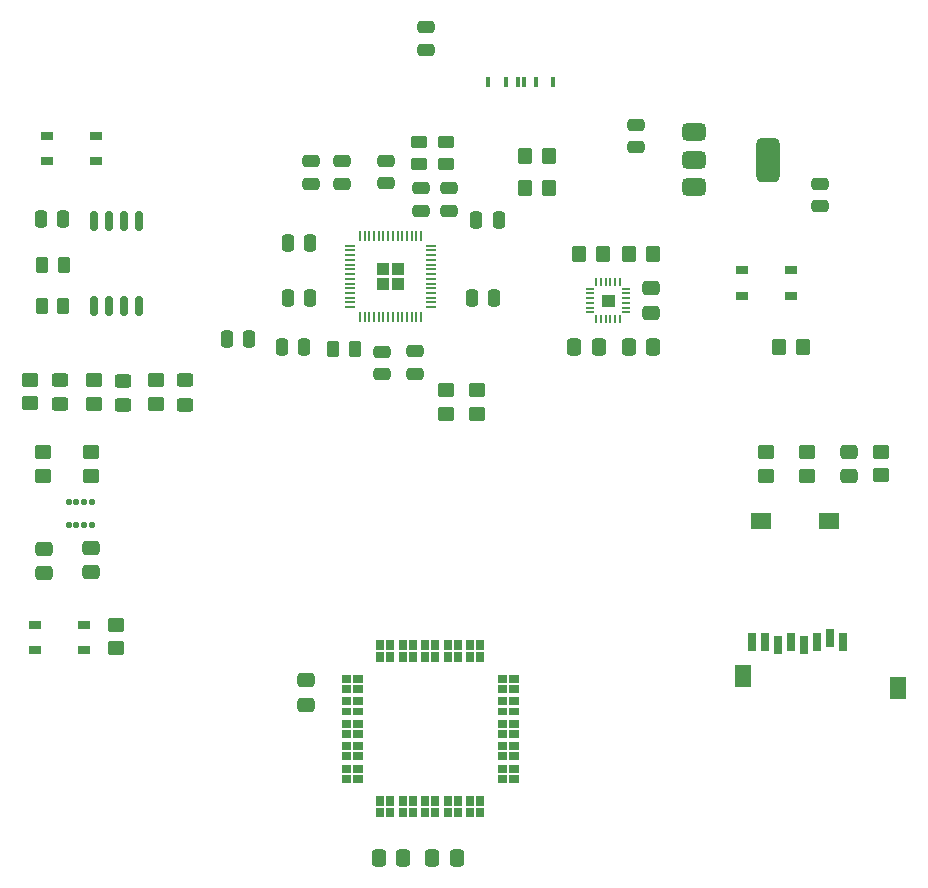
<source format=gtp>
%TF.GenerationSoftware,KiCad,Pcbnew,9.0.1*%
%TF.CreationDate,2025-04-14T20:06:37-03:00*%
%TF.ProjectId,SRAD_computer,53524144-5f63-46f6-9d70-757465722e6b,rev?*%
%TF.SameCoordinates,Original*%
%TF.FileFunction,Paste,Top*%
%TF.FilePolarity,Positive*%
%FSLAX46Y46*%
G04 Gerber Fmt 4.6, Leading zero omitted, Abs format (unit mm)*
G04 Created by KiCad (PCBNEW 9.0.1) date 2025-04-14 20:06:37*
%MOMM*%
%LPD*%
G01*
G04 APERTURE LIST*
G04 Aperture macros list*
%AMRoundRect*
0 Rectangle with rounded corners*
0 $1 Rounding radius*
0 $2 $3 $4 $5 $6 $7 $8 $9 X,Y pos of 4 corners*
0 Add a 4 corners polygon primitive as box body*
4,1,4,$2,$3,$4,$5,$6,$7,$8,$9,$2,$3,0*
0 Add four circle primitives for the rounded corners*
1,1,$1+$1,$2,$3*
1,1,$1+$1,$4,$5*
1,1,$1+$1,$6,$7*
1,1,$1+$1,$8,$9*
0 Add four rect primitives between the rounded corners*
20,1,$1+$1,$2,$3,$4,$5,0*
20,1,$1+$1,$4,$5,$6,$7,0*
20,1,$1+$1,$6,$7,$8,$9,0*
20,1,$1+$1,$8,$9,$2,$3,0*%
G04 Aperture macros list end*
%ADD10C,0.010000*%
%ADD11RoundRect,0.250000X-0.450000X0.325000X-0.450000X-0.325000X0.450000X-0.325000X0.450000X0.325000X0*%
%ADD12RoundRect,0.250000X-0.475000X0.337500X-0.475000X-0.337500X0.475000X-0.337500X0.475000X0.337500X0*%
%ADD13RoundRect,0.250000X0.475000X-0.250000X0.475000X0.250000X-0.475000X0.250000X-0.475000X-0.250000X0*%
%ADD14RoundRect,0.250000X0.262500X0.450000X-0.262500X0.450000X-0.262500X-0.450000X0.262500X-0.450000X0*%
%ADD15RoundRect,0.250000X-0.450000X0.350000X-0.450000X-0.350000X0.450000X-0.350000X0.450000X0.350000X0*%
%ADD16R,0.300000X0.900000*%
%ADD17RoundRect,0.250000X0.337500X0.475000X-0.337500X0.475000X-0.337500X-0.475000X0.337500X-0.475000X0*%
%ADD18RoundRect,0.250000X-0.475000X0.250000X-0.475000X-0.250000X0.475000X-0.250000X0.475000X0.250000X0*%
%ADD19RoundRect,0.250000X0.350000X0.450000X-0.350000X0.450000X-0.350000X-0.450000X0.350000X-0.450000X0*%
%ADD20RoundRect,0.375000X-0.625000X-0.375000X0.625000X-0.375000X0.625000X0.375000X-0.625000X0.375000X0*%
%ADD21RoundRect,0.500000X-0.500000X-1.400000X0.500000X-1.400000X0.500000X1.400000X-0.500000X1.400000X0*%
%ADD22RoundRect,0.250000X-0.450000X0.262500X-0.450000X-0.262500X0.450000X-0.262500X0.450000X0.262500X0*%
%ADD23R,1.050000X0.650000*%
%ADD24RoundRect,0.162500X0.162500X-0.650000X0.162500X0.650000X-0.162500X0.650000X-0.162500X-0.650000X0*%
%ADD25RoundRect,0.250000X-0.350000X-0.450000X0.350000X-0.450000X0.350000X0.450000X-0.350000X0.450000X0*%
%ADD26RoundRect,0.250000X0.475000X-0.337500X0.475000X0.337500X-0.475000X0.337500X-0.475000X-0.337500X0*%
%ADD27RoundRect,0.250000X-0.337500X-0.475000X0.337500X-0.475000X0.337500X0.475000X-0.337500X0.475000X0*%
%ADD28RoundRect,0.250000X0.450000X-0.350000X0.450000X0.350000X-0.450000X0.350000X-0.450000X-0.350000X0*%
%ADD29RoundRect,0.250000X0.250000X0.475000X-0.250000X0.475000X-0.250000X-0.475000X0.250000X-0.475000X0*%
%ADD30RoundRect,0.027500X-0.292500X-0.082500X0.292500X-0.082500X0.292500X0.082500X-0.292500X0.082500X0*%
%ADD31RoundRect,0.027500X-0.082500X-0.292500X0.082500X-0.292500X0.082500X0.292500X-0.082500X0.292500X0*%
%ADD32RoundRect,0.056250X0.168750X-0.188750X0.168750X0.188750X-0.168750X0.188750X-0.168750X-0.188750X0*%
%ADD33RoundRect,0.250000X-0.250000X-0.475000X0.250000X-0.475000X0.250000X0.475000X-0.250000X0.475000X0*%
%ADD34RoundRect,0.250000X-0.262500X-0.450000X0.262500X-0.450000X0.262500X0.450000X-0.262500X0.450000X0*%
%ADD35RoundRect,0.250000X-0.292217X-0.292217X0.292217X-0.292217X0.292217X0.292217X-0.292217X0.292217X0*%
%ADD36RoundRect,0.050000X-0.387500X-0.050000X0.387500X-0.050000X0.387500X0.050000X-0.387500X0.050000X0*%
%ADD37RoundRect,0.050000X-0.050000X-0.387500X0.050000X-0.387500X0.050000X0.387500X-0.050000X0.387500X0*%
%ADD38R,0.800000X1.500000*%
%ADD39R,1.400000X1.900000*%
%ADD40R,1.800000X1.400000*%
G04 APERTURE END LIST*
D10*
%TO.C,U5*%
X110492587Y-63219975D02*
X109417413Y-63219975D01*
X109417413Y-62245993D01*
X110492587Y-62245993D01*
X110492587Y-63219975D01*
G36*
X110492587Y-63219975D02*
G01*
X109417413Y-63219975D01*
X109417413Y-62245993D01*
X110492587Y-62245993D01*
X110492587Y-63219975D01*
G37*
%TO.C,U6*%
X88130000Y-95017984D02*
X87410000Y-95017984D01*
X87410000Y-94437984D01*
X88130000Y-94437984D01*
X88130000Y-95017984D01*
G36*
X88130000Y-95017984D02*
G01*
X87410000Y-95017984D01*
X87410000Y-94437984D01*
X88130000Y-94437984D01*
X88130000Y-95017984D01*
G37*
X88130000Y-95867984D02*
X87410000Y-95867984D01*
X87410000Y-95287984D01*
X88130000Y-95287984D01*
X88130000Y-95867984D01*
G36*
X88130000Y-95867984D02*
G01*
X87410000Y-95867984D01*
X87410000Y-95287984D01*
X88130000Y-95287984D01*
X88130000Y-95867984D01*
G37*
X88130000Y-96917984D02*
X87410000Y-96917984D01*
X87410000Y-96337984D01*
X88130000Y-96337984D01*
X88130000Y-96917984D01*
G36*
X88130000Y-96917984D02*
G01*
X87410000Y-96917984D01*
X87410000Y-96337984D01*
X88130000Y-96337984D01*
X88130000Y-96917984D01*
G37*
X88130000Y-97767984D02*
X87410000Y-97767984D01*
X87410000Y-97187984D01*
X88130000Y-97187984D01*
X88130000Y-97767984D01*
G36*
X88130000Y-97767984D02*
G01*
X87410000Y-97767984D01*
X87410000Y-97187984D01*
X88130000Y-97187984D01*
X88130000Y-97767984D01*
G37*
X88130000Y-98817984D02*
X87410000Y-98817984D01*
X87410000Y-98237984D01*
X88130000Y-98237984D01*
X88130000Y-98817984D01*
G36*
X88130000Y-98817984D02*
G01*
X87410000Y-98817984D01*
X87410000Y-98237984D01*
X88130000Y-98237984D01*
X88130000Y-98817984D01*
G37*
X88130000Y-99667984D02*
X87410000Y-99667984D01*
X87410000Y-99087984D01*
X88130000Y-99087984D01*
X88130000Y-99667984D01*
G36*
X88130000Y-99667984D02*
G01*
X87410000Y-99667984D01*
X87410000Y-99087984D01*
X88130000Y-99087984D01*
X88130000Y-99667984D01*
G37*
X88130000Y-100717984D02*
X87410000Y-100717984D01*
X87410000Y-100137984D01*
X88130000Y-100137984D01*
X88130000Y-100717984D01*
G36*
X88130000Y-100717984D02*
G01*
X87410000Y-100717984D01*
X87410000Y-100137984D01*
X88130000Y-100137984D01*
X88130000Y-100717984D01*
G37*
X88130000Y-101567984D02*
X87410000Y-101567984D01*
X87410000Y-100987984D01*
X88130000Y-100987984D01*
X88130000Y-101567984D01*
G36*
X88130000Y-101567984D02*
G01*
X87410000Y-101567984D01*
X87410000Y-100987984D01*
X88130000Y-100987984D01*
X88130000Y-101567984D01*
G37*
X88130000Y-102617984D02*
X87410000Y-102617984D01*
X87410000Y-102037984D01*
X88130000Y-102037984D01*
X88130000Y-102617984D01*
G36*
X88130000Y-102617984D02*
G01*
X87410000Y-102617984D01*
X87410000Y-102037984D01*
X88130000Y-102037984D01*
X88130000Y-102617984D01*
G37*
X88130000Y-103467984D02*
X87410000Y-103467984D01*
X87410000Y-102887984D01*
X88130000Y-102887984D01*
X88130000Y-103467984D01*
G36*
X88130000Y-103467984D02*
G01*
X87410000Y-103467984D01*
X87410000Y-102887984D01*
X88130000Y-102887984D01*
X88130000Y-103467984D01*
G37*
X89130000Y-95017984D02*
X88410000Y-95017984D01*
X88410000Y-94437984D01*
X89130000Y-94437984D01*
X89130000Y-95017984D01*
G36*
X89130000Y-95017984D02*
G01*
X88410000Y-95017984D01*
X88410000Y-94437984D01*
X89130000Y-94437984D01*
X89130000Y-95017984D01*
G37*
X89130000Y-95867984D02*
X88410000Y-95867984D01*
X88410000Y-95287984D01*
X89130000Y-95287984D01*
X89130000Y-95867984D01*
G36*
X89130000Y-95867984D02*
G01*
X88410000Y-95867984D01*
X88410000Y-95287984D01*
X89130000Y-95287984D01*
X89130000Y-95867984D01*
G37*
X89130000Y-96917984D02*
X88410000Y-96917984D01*
X88410000Y-96337984D01*
X89130000Y-96337984D01*
X89130000Y-96917984D01*
G36*
X89130000Y-96917984D02*
G01*
X88410000Y-96917984D01*
X88410000Y-96337984D01*
X89130000Y-96337984D01*
X89130000Y-96917984D01*
G37*
X89130000Y-97767984D02*
X88410000Y-97767984D01*
X88410000Y-97187984D01*
X89130000Y-97187984D01*
X89130000Y-97767984D01*
G36*
X89130000Y-97767984D02*
G01*
X88410000Y-97767984D01*
X88410000Y-97187984D01*
X89130000Y-97187984D01*
X89130000Y-97767984D01*
G37*
X89130000Y-98817984D02*
X88410000Y-98817984D01*
X88410000Y-98237984D01*
X89130000Y-98237984D01*
X89130000Y-98817984D01*
G36*
X89130000Y-98817984D02*
G01*
X88410000Y-98817984D01*
X88410000Y-98237984D01*
X89130000Y-98237984D01*
X89130000Y-98817984D01*
G37*
X89130000Y-99667984D02*
X88410000Y-99667984D01*
X88410000Y-99087984D01*
X89130000Y-99087984D01*
X89130000Y-99667984D01*
G36*
X89130000Y-99667984D02*
G01*
X88410000Y-99667984D01*
X88410000Y-99087984D01*
X89130000Y-99087984D01*
X89130000Y-99667984D01*
G37*
X89130000Y-100717984D02*
X88410000Y-100717984D01*
X88410000Y-100137984D01*
X89130000Y-100137984D01*
X89130000Y-100717984D01*
G36*
X89130000Y-100717984D02*
G01*
X88410000Y-100717984D01*
X88410000Y-100137984D01*
X89130000Y-100137984D01*
X89130000Y-100717984D01*
G37*
X89130000Y-101567984D02*
X88410000Y-101567984D01*
X88410000Y-100987984D01*
X89130000Y-100987984D01*
X89130000Y-101567984D01*
G36*
X89130000Y-101567984D02*
G01*
X88410000Y-101567984D01*
X88410000Y-100987984D01*
X89130000Y-100987984D01*
X89130000Y-101567984D01*
G37*
X89130000Y-102617984D02*
X88410000Y-102617984D01*
X88410000Y-102037984D01*
X89130000Y-102037984D01*
X89130000Y-102617984D01*
G36*
X89130000Y-102617984D02*
G01*
X88410000Y-102617984D01*
X88410000Y-102037984D01*
X89130000Y-102037984D01*
X89130000Y-102617984D01*
G37*
X89130000Y-103467984D02*
X88410000Y-103467984D01*
X88410000Y-102887984D01*
X89130000Y-102887984D01*
X89130000Y-103467984D01*
G36*
X89130000Y-103467984D02*
G01*
X88410000Y-103467984D01*
X88410000Y-102887984D01*
X89130000Y-102887984D01*
X89130000Y-103467984D01*
G37*
X90935000Y-92212984D02*
X90355000Y-92212984D01*
X90355000Y-91492984D01*
X90935000Y-91492984D01*
X90935000Y-92212984D01*
G36*
X90935000Y-92212984D02*
G01*
X90355000Y-92212984D01*
X90355000Y-91492984D01*
X90935000Y-91492984D01*
X90935000Y-92212984D01*
G37*
X90935000Y-93212984D02*
X90355000Y-93212984D01*
X90355000Y-92492984D01*
X90935000Y-92492984D01*
X90935000Y-93212984D01*
G36*
X90935000Y-93212984D02*
G01*
X90355000Y-93212984D01*
X90355000Y-92492984D01*
X90935000Y-92492984D01*
X90935000Y-93212984D01*
G37*
X90935000Y-105412984D02*
X90355000Y-105412984D01*
X90355000Y-104692984D01*
X90935000Y-104692984D01*
X90935000Y-105412984D01*
G36*
X90935000Y-105412984D02*
G01*
X90355000Y-105412984D01*
X90355000Y-104692984D01*
X90935000Y-104692984D01*
X90935000Y-105412984D01*
G37*
X90935000Y-106412984D02*
X90355000Y-106412984D01*
X90355000Y-105692984D01*
X90935000Y-105692984D01*
X90935000Y-106412984D01*
G36*
X90935000Y-106412984D02*
G01*
X90355000Y-106412984D01*
X90355000Y-105692984D01*
X90935000Y-105692984D01*
X90935000Y-106412984D01*
G37*
X91785000Y-92212984D02*
X91205000Y-92212984D01*
X91205000Y-91492984D01*
X91785000Y-91492984D01*
X91785000Y-92212984D01*
G36*
X91785000Y-92212984D02*
G01*
X91205000Y-92212984D01*
X91205000Y-91492984D01*
X91785000Y-91492984D01*
X91785000Y-92212984D01*
G37*
X91785000Y-93212984D02*
X91205000Y-93212984D01*
X91205000Y-92492984D01*
X91785000Y-92492984D01*
X91785000Y-93212984D01*
G36*
X91785000Y-93212984D02*
G01*
X91205000Y-93212984D01*
X91205000Y-92492984D01*
X91785000Y-92492984D01*
X91785000Y-93212984D01*
G37*
X91785000Y-105412984D02*
X91205000Y-105412984D01*
X91205000Y-104692984D01*
X91785000Y-104692984D01*
X91785000Y-105412984D01*
G36*
X91785000Y-105412984D02*
G01*
X91205000Y-105412984D01*
X91205000Y-104692984D01*
X91785000Y-104692984D01*
X91785000Y-105412984D01*
G37*
X91785000Y-106412984D02*
X91205000Y-106412984D01*
X91205000Y-105692984D01*
X91785000Y-105692984D01*
X91785000Y-106412984D01*
G36*
X91785000Y-106412984D02*
G01*
X91205000Y-106412984D01*
X91205000Y-105692984D01*
X91785000Y-105692984D01*
X91785000Y-106412984D01*
G37*
X92835000Y-92212984D02*
X92255000Y-92212984D01*
X92255000Y-91492984D01*
X92835000Y-91492984D01*
X92835000Y-92212984D01*
G36*
X92835000Y-92212984D02*
G01*
X92255000Y-92212984D01*
X92255000Y-91492984D01*
X92835000Y-91492984D01*
X92835000Y-92212984D01*
G37*
X92835000Y-93212984D02*
X92255000Y-93212984D01*
X92255000Y-92492984D01*
X92835000Y-92492984D01*
X92835000Y-93212984D01*
G36*
X92835000Y-93212984D02*
G01*
X92255000Y-93212984D01*
X92255000Y-92492984D01*
X92835000Y-92492984D01*
X92835000Y-93212984D01*
G37*
X92835000Y-105412984D02*
X92255000Y-105412984D01*
X92255000Y-104692984D01*
X92835000Y-104692984D01*
X92835000Y-105412984D01*
G36*
X92835000Y-105412984D02*
G01*
X92255000Y-105412984D01*
X92255000Y-104692984D01*
X92835000Y-104692984D01*
X92835000Y-105412984D01*
G37*
X92835000Y-106412984D02*
X92255000Y-106412984D01*
X92255000Y-105692984D01*
X92835000Y-105692984D01*
X92835000Y-106412984D01*
G36*
X92835000Y-106412984D02*
G01*
X92255000Y-106412984D01*
X92255000Y-105692984D01*
X92835000Y-105692984D01*
X92835000Y-106412984D01*
G37*
X93685000Y-92212984D02*
X93105000Y-92212984D01*
X93105000Y-91492984D01*
X93685000Y-91492984D01*
X93685000Y-92212984D01*
G36*
X93685000Y-92212984D02*
G01*
X93105000Y-92212984D01*
X93105000Y-91492984D01*
X93685000Y-91492984D01*
X93685000Y-92212984D01*
G37*
X93685000Y-93212984D02*
X93105000Y-93212984D01*
X93105000Y-92492984D01*
X93685000Y-92492984D01*
X93685000Y-93212984D01*
G36*
X93685000Y-93212984D02*
G01*
X93105000Y-93212984D01*
X93105000Y-92492984D01*
X93685000Y-92492984D01*
X93685000Y-93212984D01*
G37*
X93685000Y-105412984D02*
X93105000Y-105412984D01*
X93105000Y-104692984D01*
X93685000Y-104692984D01*
X93685000Y-105412984D01*
G36*
X93685000Y-105412984D02*
G01*
X93105000Y-105412984D01*
X93105000Y-104692984D01*
X93685000Y-104692984D01*
X93685000Y-105412984D01*
G37*
X93685000Y-106412984D02*
X93105000Y-106412984D01*
X93105000Y-105692984D01*
X93685000Y-105692984D01*
X93685000Y-106412984D01*
G36*
X93685000Y-106412984D02*
G01*
X93105000Y-106412984D01*
X93105000Y-105692984D01*
X93685000Y-105692984D01*
X93685000Y-106412984D01*
G37*
X94735000Y-92212984D02*
X94155000Y-92212984D01*
X94155000Y-91492984D01*
X94735000Y-91492984D01*
X94735000Y-92212984D01*
G36*
X94735000Y-92212984D02*
G01*
X94155000Y-92212984D01*
X94155000Y-91492984D01*
X94735000Y-91492984D01*
X94735000Y-92212984D01*
G37*
X94735000Y-93212984D02*
X94155000Y-93212984D01*
X94155000Y-92492984D01*
X94735000Y-92492984D01*
X94735000Y-93212984D01*
G36*
X94735000Y-93212984D02*
G01*
X94155000Y-93212984D01*
X94155000Y-92492984D01*
X94735000Y-92492984D01*
X94735000Y-93212984D01*
G37*
X94735000Y-105412984D02*
X94155000Y-105412984D01*
X94155000Y-104692984D01*
X94735000Y-104692984D01*
X94735000Y-105412984D01*
G36*
X94735000Y-105412984D02*
G01*
X94155000Y-105412984D01*
X94155000Y-104692984D01*
X94735000Y-104692984D01*
X94735000Y-105412984D01*
G37*
X94735000Y-106412984D02*
X94155000Y-106412984D01*
X94155000Y-105692984D01*
X94735000Y-105692984D01*
X94735000Y-106412984D01*
G36*
X94735000Y-106412984D02*
G01*
X94155000Y-106412984D01*
X94155000Y-105692984D01*
X94735000Y-105692984D01*
X94735000Y-106412984D01*
G37*
X95585000Y-92212984D02*
X95005000Y-92212984D01*
X95005000Y-91492984D01*
X95585000Y-91492984D01*
X95585000Y-92212984D01*
G36*
X95585000Y-92212984D02*
G01*
X95005000Y-92212984D01*
X95005000Y-91492984D01*
X95585000Y-91492984D01*
X95585000Y-92212984D01*
G37*
X95585000Y-93212984D02*
X95005000Y-93212984D01*
X95005000Y-92492984D01*
X95585000Y-92492984D01*
X95585000Y-93212984D01*
G36*
X95585000Y-93212984D02*
G01*
X95005000Y-93212984D01*
X95005000Y-92492984D01*
X95585000Y-92492984D01*
X95585000Y-93212984D01*
G37*
X95585000Y-105412984D02*
X95005000Y-105412984D01*
X95005000Y-104692984D01*
X95585000Y-104692984D01*
X95585000Y-105412984D01*
G36*
X95585000Y-105412984D02*
G01*
X95005000Y-105412984D01*
X95005000Y-104692984D01*
X95585000Y-104692984D01*
X95585000Y-105412984D01*
G37*
X95585000Y-106412984D02*
X95005000Y-106412984D01*
X95005000Y-105692984D01*
X95585000Y-105692984D01*
X95585000Y-106412984D01*
G36*
X95585000Y-106412984D02*
G01*
X95005000Y-106412984D01*
X95005000Y-105692984D01*
X95585000Y-105692984D01*
X95585000Y-106412984D01*
G37*
X96635000Y-92212984D02*
X96055000Y-92212984D01*
X96055000Y-91492984D01*
X96635000Y-91492984D01*
X96635000Y-92212984D01*
G36*
X96635000Y-92212984D02*
G01*
X96055000Y-92212984D01*
X96055000Y-91492984D01*
X96635000Y-91492984D01*
X96635000Y-92212984D01*
G37*
X96635000Y-93212984D02*
X96055000Y-93212984D01*
X96055000Y-92492984D01*
X96635000Y-92492984D01*
X96635000Y-93212984D01*
G36*
X96635000Y-93212984D02*
G01*
X96055000Y-93212984D01*
X96055000Y-92492984D01*
X96635000Y-92492984D01*
X96635000Y-93212984D01*
G37*
X96635000Y-105412984D02*
X96055000Y-105412984D01*
X96055000Y-104692984D01*
X96635000Y-104692984D01*
X96635000Y-105412984D01*
G36*
X96635000Y-105412984D02*
G01*
X96055000Y-105412984D01*
X96055000Y-104692984D01*
X96635000Y-104692984D01*
X96635000Y-105412984D01*
G37*
X96635000Y-106412984D02*
X96055000Y-106412984D01*
X96055000Y-105692984D01*
X96635000Y-105692984D01*
X96635000Y-106412984D01*
G36*
X96635000Y-106412984D02*
G01*
X96055000Y-106412984D01*
X96055000Y-105692984D01*
X96635000Y-105692984D01*
X96635000Y-106412984D01*
G37*
X97485000Y-92212984D02*
X96905000Y-92212984D01*
X96905000Y-91492984D01*
X97485000Y-91492984D01*
X97485000Y-92212984D01*
G36*
X97485000Y-92212984D02*
G01*
X96905000Y-92212984D01*
X96905000Y-91492984D01*
X97485000Y-91492984D01*
X97485000Y-92212984D01*
G37*
X97485000Y-93212984D02*
X96905000Y-93212984D01*
X96905000Y-92492984D01*
X97485000Y-92492984D01*
X97485000Y-93212984D01*
G36*
X97485000Y-93212984D02*
G01*
X96905000Y-93212984D01*
X96905000Y-92492984D01*
X97485000Y-92492984D01*
X97485000Y-93212984D01*
G37*
X97485000Y-105412984D02*
X96905000Y-105412984D01*
X96905000Y-104692984D01*
X97485000Y-104692984D01*
X97485000Y-105412984D01*
G36*
X97485000Y-105412984D02*
G01*
X96905000Y-105412984D01*
X96905000Y-104692984D01*
X97485000Y-104692984D01*
X97485000Y-105412984D01*
G37*
X97485000Y-106412984D02*
X96905000Y-106412984D01*
X96905000Y-105692984D01*
X97485000Y-105692984D01*
X97485000Y-106412984D01*
G36*
X97485000Y-106412984D02*
G01*
X96905000Y-106412984D01*
X96905000Y-105692984D01*
X97485000Y-105692984D01*
X97485000Y-106412984D01*
G37*
X98535000Y-92212984D02*
X97955000Y-92212984D01*
X97955000Y-91492984D01*
X98535000Y-91492984D01*
X98535000Y-92212984D01*
G36*
X98535000Y-92212984D02*
G01*
X97955000Y-92212984D01*
X97955000Y-91492984D01*
X98535000Y-91492984D01*
X98535000Y-92212984D01*
G37*
X98535000Y-93212984D02*
X97955000Y-93212984D01*
X97955000Y-92492984D01*
X98535000Y-92492984D01*
X98535000Y-93212984D01*
G36*
X98535000Y-93212984D02*
G01*
X97955000Y-93212984D01*
X97955000Y-92492984D01*
X98535000Y-92492984D01*
X98535000Y-93212984D01*
G37*
X98535000Y-105412984D02*
X97955000Y-105412984D01*
X97955000Y-104692984D01*
X98535000Y-104692984D01*
X98535000Y-105412984D01*
G36*
X98535000Y-105412984D02*
G01*
X97955000Y-105412984D01*
X97955000Y-104692984D01*
X98535000Y-104692984D01*
X98535000Y-105412984D01*
G37*
X98535000Y-106412984D02*
X97955000Y-106412984D01*
X97955000Y-105692984D01*
X98535000Y-105692984D01*
X98535000Y-106412984D01*
G36*
X98535000Y-106412984D02*
G01*
X97955000Y-106412984D01*
X97955000Y-105692984D01*
X98535000Y-105692984D01*
X98535000Y-106412984D01*
G37*
X99385000Y-92212984D02*
X98805000Y-92212984D01*
X98805000Y-91492984D01*
X99385000Y-91492984D01*
X99385000Y-92212984D01*
G36*
X99385000Y-92212984D02*
G01*
X98805000Y-92212984D01*
X98805000Y-91492984D01*
X99385000Y-91492984D01*
X99385000Y-92212984D01*
G37*
X99385000Y-93212984D02*
X98805000Y-93212984D01*
X98805000Y-92492984D01*
X99385000Y-92492984D01*
X99385000Y-93212984D01*
G36*
X99385000Y-93212984D02*
G01*
X98805000Y-93212984D01*
X98805000Y-92492984D01*
X99385000Y-92492984D01*
X99385000Y-93212984D01*
G37*
X99385000Y-105412984D02*
X98805000Y-105412984D01*
X98805000Y-104692984D01*
X99385000Y-104692984D01*
X99385000Y-105412984D01*
G36*
X99385000Y-105412984D02*
G01*
X98805000Y-105412984D01*
X98805000Y-104692984D01*
X99385000Y-104692984D01*
X99385000Y-105412984D01*
G37*
X99385000Y-106412984D02*
X98805000Y-106412984D01*
X98805000Y-105692984D01*
X99385000Y-105692984D01*
X99385000Y-106412984D01*
G36*
X99385000Y-106412984D02*
G01*
X98805000Y-106412984D01*
X98805000Y-105692984D01*
X99385000Y-105692984D01*
X99385000Y-106412984D01*
G37*
X101330000Y-95017984D02*
X100610000Y-95017984D01*
X100610000Y-94437984D01*
X101330000Y-94437984D01*
X101330000Y-95017984D01*
G36*
X101330000Y-95017984D02*
G01*
X100610000Y-95017984D01*
X100610000Y-94437984D01*
X101330000Y-94437984D01*
X101330000Y-95017984D01*
G37*
X101330000Y-95867984D02*
X100610000Y-95867984D01*
X100610000Y-95287984D01*
X101330000Y-95287984D01*
X101330000Y-95867984D01*
G36*
X101330000Y-95867984D02*
G01*
X100610000Y-95867984D01*
X100610000Y-95287984D01*
X101330000Y-95287984D01*
X101330000Y-95867984D01*
G37*
X101330000Y-96917984D02*
X100610000Y-96917984D01*
X100610000Y-96337984D01*
X101330000Y-96337984D01*
X101330000Y-96917984D01*
G36*
X101330000Y-96917984D02*
G01*
X100610000Y-96917984D01*
X100610000Y-96337984D01*
X101330000Y-96337984D01*
X101330000Y-96917984D01*
G37*
X101330000Y-97767984D02*
X100610000Y-97767984D01*
X100610000Y-97187984D01*
X101330000Y-97187984D01*
X101330000Y-97767984D01*
G36*
X101330000Y-97767984D02*
G01*
X100610000Y-97767984D01*
X100610000Y-97187984D01*
X101330000Y-97187984D01*
X101330000Y-97767984D01*
G37*
X101330000Y-98817984D02*
X100610000Y-98817984D01*
X100610000Y-98237984D01*
X101330000Y-98237984D01*
X101330000Y-98817984D01*
G36*
X101330000Y-98817984D02*
G01*
X100610000Y-98817984D01*
X100610000Y-98237984D01*
X101330000Y-98237984D01*
X101330000Y-98817984D01*
G37*
X101330000Y-99667984D02*
X100610000Y-99667984D01*
X100610000Y-99087984D01*
X101330000Y-99087984D01*
X101330000Y-99667984D01*
G36*
X101330000Y-99667984D02*
G01*
X100610000Y-99667984D01*
X100610000Y-99087984D01*
X101330000Y-99087984D01*
X101330000Y-99667984D01*
G37*
X101330000Y-100717984D02*
X100610000Y-100717984D01*
X100610000Y-100137984D01*
X101330000Y-100137984D01*
X101330000Y-100717984D01*
G36*
X101330000Y-100717984D02*
G01*
X100610000Y-100717984D01*
X100610000Y-100137984D01*
X101330000Y-100137984D01*
X101330000Y-100717984D01*
G37*
X101330000Y-101567984D02*
X100610000Y-101567984D01*
X100610000Y-100987984D01*
X101330000Y-100987984D01*
X101330000Y-101567984D01*
G36*
X101330000Y-101567984D02*
G01*
X100610000Y-101567984D01*
X100610000Y-100987984D01*
X101330000Y-100987984D01*
X101330000Y-101567984D01*
G37*
X101330000Y-102617984D02*
X100610000Y-102617984D01*
X100610000Y-102037984D01*
X101330000Y-102037984D01*
X101330000Y-102617984D01*
G36*
X101330000Y-102617984D02*
G01*
X100610000Y-102617984D01*
X100610000Y-102037984D01*
X101330000Y-102037984D01*
X101330000Y-102617984D01*
G37*
X101330000Y-103467984D02*
X100610000Y-103467984D01*
X100610000Y-102887984D01*
X101330000Y-102887984D01*
X101330000Y-103467984D01*
G36*
X101330000Y-103467984D02*
G01*
X100610000Y-103467984D01*
X100610000Y-102887984D01*
X101330000Y-102887984D01*
X101330000Y-103467984D01*
G37*
X102330000Y-95017984D02*
X101610000Y-95017984D01*
X101610000Y-94437984D01*
X102330000Y-94437984D01*
X102330000Y-95017984D01*
G36*
X102330000Y-95017984D02*
G01*
X101610000Y-95017984D01*
X101610000Y-94437984D01*
X102330000Y-94437984D01*
X102330000Y-95017984D01*
G37*
X102330000Y-95867984D02*
X101610000Y-95867984D01*
X101610000Y-95287984D01*
X102330000Y-95287984D01*
X102330000Y-95867984D01*
G36*
X102330000Y-95867984D02*
G01*
X101610000Y-95867984D01*
X101610000Y-95287984D01*
X102330000Y-95287984D01*
X102330000Y-95867984D01*
G37*
X102330000Y-96917984D02*
X101610000Y-96917984D01*
X101610000Y-96337984D01*
X102330000Y-96337984D01*
X102330000Y-96917984D01*
G36*
X102330000Y-96917984D02*
G01*
X101610000Y-96917984D01*
X101610000Y-96337984D01*
X102330000Y-96337984D01*
X102330000Y-96917984D01*
G37*
X102330000Y-97767984D02*
X101610000Y-97767984D01*
X101610000Y-97187984D01*
X102330000Y-97187984D01*
X102330000Y-97767984D01*
G36*
X102330000Y-97767984D02*
G01*
X101610000Y-97767984D01*
X101610000Y-97187984D01*
X102330000Y-97187984D01*
X102330000Y-97767984D01*
G37*
X102330000Y-98817984D02*
X101610000Y-98817984D01*
X101610000Y-98237984D01*
X102330000Y-98237984D01*
X102330000Y-98817984D01*
G36*
X102330000Y-98817984D02*
G01*
X101610000Y-98817984D01*
X101610000Y-98237984D01*
X102330000Y-98237984D01*
X102330000Y-98817984D01*
G37*
X102330000Y-99667984D02*
X101610000Y-99667984D01*
X101610000Y-99087984D01*
X102330000Y-99087984D01*
X102330000Y-99667984D01*
G36*
X102330000Y-99667984D02*
G01*
X101610000Y-99667984D01*
X101610000Y-99087984D01*
X102330000Y-99087984D01*
X102330000Y-99667984D01*
G37*
X102330000Y-100717984D02*
X101610000Y-100717984D01*
X101610000Y-100137984D01*
X102330000Y-100137984D01*
X102330000Y-100717984D01*
G36*
X102330000Y-100717984D02*
G01*
X101610000Y-100717984D01*
X101610000Y-100137984D01*
X102330000Y-100137984D01*
X102330000Y-100717984D01*
G37*
X102330000Y-101567984D02*
X101610000Y-101567984D01*
X101610000Y-100987984D01*
X102330000Y-100987984D01*
X102330000Y-101567984D01*
G36*
X102330000Y-101567984D02*
G01*
X101610000Y-101567984D01*
X101610000Y-100987984D01*
X102330000Y-100987984D01*
X102330000Y-101567984D01*
G37*
X102330000Y-102617984D02*
X101610000Y-102617984D01*
X101610000Y-102037984D01*
X102330000Y-102037984D01*
X102330000Y-102617984D01*
G36*
X102330000Y-102617984D02*
G01*
X101610000Y-102617984D01*
X101610000Y-102037984D01*
X102330000Y-102037984D01*
X102330000Y-102617984D01*
G37*
X102330000Y-103467984D02*
X101610000Y-103467984D01*
X101610000Y-102887984D01*
X102330000Y-102887984D01*
X102330000Y-103467984D01*
G36*
X102330000Y-103467984D02*
G01*
X101610000Y-103467984D01*
X101610000Y-102887984D01*
X102330000Y-102887984D01*
X102330000Y-103467984D01*
G37*
%TD*%
D11*
%TO.C,D2*%
X68908000Y-69502984D03*
X68908000Y-71552984D03*
%TD*%
D12*
%TO.C,C_BME_VDDIO1*%
X66190707Y-83678691D03*
X66190707Y-85753691D03*
%TD*%
D13*
%TO.C,C8*%
X94100000Y-55112836D03*
X94100000Y-53212836D03*
%TD*%
D14*
%TO.C,R2*%
X63880859Y-59723927D03*
X62055859Y-59723927D03*
%TD*%
D15*
%TO.C,R15*%
X133050000Y-75542984D03*
X133050000Y-77542984D03*
%TD*%
D16*
%TO.C,J7*%
X105330000Y-44200000D03*
X103830000Y-44200000D03*
X102830000Y-44200000D03*
X102330000Y-44200000D03*
X101330000Y-44200000D03*
X99830000Y-44200000D03*
%TD*%
D13*
%TO.C,C10*%
X96470000Y-55112836D03*
X96470000Y-53212836D03*
%TD*%
%TO.C,C1*%
X112330000Y-49732836D03*
X112330000Y-47832836D03*
%TD*%
D15*
%TO.C,R13*%
X123303333Y-75552984D03*
X123303333Y-77552984D03*
%TD*%
%TO.C,R_BME_SDA1*%
X62170707Y-75566191D03*
X62170707Y-77566191D03*
%TD*%
%TO.C,R16*%
X68290000Y-90170000D03*
X68290000Y-92170000D03*
%TD*%
D17*
%TO.C,C_VDDIO_MPU1*%
X109200000Y-66622984D03*
X107125000Y-66622984D03*
%TD*%
D18*
%TO.C,C4*%
X127880000Y-52852836D03*
X127880000Y-54752836D03*
%TD*%
D19*
%TO.C,R_BL2*%
X104980000Y-53230000D03*
X102980000Y-53230000D03*
%TD*%
D20*
%TO.C,U1*%
X117230000Y-48500336D03*
X117230000Y-50800336D03*
D21*
X123530000Y-50800336D03*
D20*
X117230000Y-53100336D03*
%TD*%
D15*
%TO.C,R_BME_SCL1*%
X66160707Y-75546191D03*
X66160707Y-77546191D03*
%TD*%
D22*
%TO.C,R3*%
X93990000Y-49325336D03*
X93990000Y-51150336D03*
%TD*%
D17*
%TO.C,C_SAM_VCCIO1*%
X92620000Y-109952984D03*
X90545000Y-109952984D03*
%TD*%
D15*
%TO.C,R9*%
X71710000Y-69465484D03*
X71710000Y-71465484D03*
%TD*%
D23*
%TO.C,S2*%
X65600000Y-92310000D03*
X61450000Y-92310000D03*
X65600000Y-90160000D03*
X61450000Y-90160000D03*
%TD*%
D24*
%TO.C,U2*%
X66454747Y-63201427D03*
X67724747Y-63201427D03*
X68994747Y-63201427D03*
X70264747Y-63201427D03*
X70264747Y-56026427D03*
X68994747Y-56026427D03*
X67724747Y-56026427D03*
X66454747Y-56026427D03*
%TD*%
D15*
%TO.C,R10*%
X66440000Y-69482984D03*
X66440000Y-71482984D03*
%TD*%
D25*
%TO.C,R_BL1*%
X102980000Y-50460000D03*
X104980000Y-50460000D03*
%TD*%
D11*
%TO.C,D1*%
X74178000Y-69485484D03*
X74178000Y-71535484D03*
%TD*%
D12*
%TO.C,C18*%
X130356666Y-75515484D03*
X130356666Y-77590484D03*
%TD*%
D18*
%TO.C,C6*%
X93610000Y-67022836D03*
X93610000Y-68922836D03*
%TD*%
D26*
%TO.C,C_VDD_MPU1*%
X113642500Y-63770484D03*
X113642500Y-61695484D03*
%TD*%
D11*
%TO.C,D3*%
X63528000Y-69465484D03*
X63528000Y-71515484D03*
%TD*%
D27*
%TO.C,C_MPU_REG1*%
X111705000Y-66622984D03*
X113780000Y-66622984D03*
%TD*%
D28*
%TO.C,R_SAM_SDA1*%
X98880000Y-72322984D03*
X98880000Y-70322984D03*
%TD*%
D18*
%TO.C,C17*%
X94570000Y-39582836D03*
X94570000Y-41482836D03*
%TD*%
D29*
%TO.C,C14*%
X84730000Y-62522984D03*
X82830000Y-62522984D03*
%TD*%
D30*
%TO.C,U5*%
X108410000Y-61732984D03*
X108410000Y-62132984D03*
X108410000Y-62532984D03*
X108410000Y-62932984D03*
X108410000Y-63332984D03*
X108410000Y-63732984D03*
D31*
X108955000Y-64277984D03*
X109355000Y-64277984D03*
X109755000Y-64277984D03*
X110155000Y-64277984D03*
X110555000Y-64277984D03*
X110955000Y-64277984D03*
D30*
X111500000Y-63732984D03*
X111500000Y-63332984D03*
X111500000Y-62932984D03*
X111500000Y-62532984D03*
X111500000Y-62132984D03*
X111500000Y-61732984D03*
D31*
X110955000Y-61187984D03*
X110555000Y-61187984D03*
X110155000Y-61187984D03*
X109755000Y-61187984D03*
X109355000Y-61187984D03*
X108955000Y-61187984D03*
%TD*%
D12*
%TO.C,C_BME_VDD1*%
X62200707Y-83758691D03*
X62200707Y-85833691D03*
%TD*%
D23*
%TO.C,S3*%
X66635000Y-50935000D03*
X62485000Y-50935000D03*
X66635000Y-48785000D03*
X62485000Y-48785000D03*
%TD*%
D26*
%TO.C,C_SAM_VCC1*%
X84370000Y-96952984D03*
X84370000Y-94877984D03*
%TD*%
D22*
%TO.C,R4*%
X96210000Y-49345336D03*
X96210000Y-51170336D03*
%TD*%
D19*
%TO.C,R_MPU_SCL1*%
X113760000Y-58782984D03*
X111760000Y-58782984D03*
%TD*%
D14*
%TO.C,R1*%
X63859747Y-63183927D03*
X62034747Y-63183927D03*
%TD*%
D19*
%TO.C,R_MPU_SDA1*%
X109530000Y-58772984D03*
X107530000Y-58772984D03*
%TD*%
D23*
%TO.C,S1*%
X121280000Y-60172984D03*
X125430000Y-60172984D03*
X121280000Y-62322984D03*
X125430000Y-62322984D03*
%TD*%
D18*
%TO.C,C13*%
X90820000Y-67062836D03*
X90820000Y-68962836D03*
%TD*%
D29*
%TO.C,C15*%
X84730000Y-57872984D03*
X82830000Y-57872984D03*
%TD*%
D25*
%TO.C,R12*%
X124450000Y-66632984D03*
X126450000Y-66632984D03*
%TD*%
D13*
%TO.C,C7*%
X84830000Y-52822984D03*
X84830000Y-50922984D03*
%TD*%
D15*
%TO.C,R11*%
X61060000Y-69445484D03*
X61060000Y-71445484D03*
%TD*%
D32*
%TO.C,U4*%
X64290707Y-79801191D03*
X64940707Y-79801191D03*
X65590707Y-79801191D03*
X66240707Y-79801191D03*
X66240707Y-81741191D03*
X65590707Y-81741191D03*
X64940707Y-81741191D03*
X64290707Y-81741191D03*
%TD*%
D33*
%TO.C,C11*%
X98810000Y-55940000D03*
X100710000Y-55940000D03*
%TD*%
D28*
%TO.C,R_SAM_SCL1*%
X96280000Y-72322984D03*
X96280000Y-70322984D03*
%TD*%
D34*
%TO.C,R5*%
X86717500Y-66822984D03*
X88542500Y-66822984D03*
%TD*%
D33*
%TO.C,C12*%
X98430000Y-62522984D03*
X100330000Y-62522984D03*
%TD*%
D29*
%TO.C,C2*%
X84250000Y-66672984D03*
X82350000Y-66672984D03*
%TD*%
D35*
%TO.C,U3*%
X90912500Y-60050336D03*
X90912500Y-61325336D03*
X92187500Y-60050336D03*
X92187500Y-61325336D03*
D36*
X88112500Y-58087836D03*
X88112500Y-58487836D03*
X88112500Y-58887836D03*
X88112500Y-59287836D03*
X88112500Y-59687836D03*
X88112500Y-60087836D03*
X88112500Y-60487836D03*
X88112500Y-60887836D03*
X88112500Y-61287836D03*
X88112500Y-61687836D03*
X88112500Y-62087836D03*
X88112500Y-62487836D03*
X88112500Y-62887836D03*
X88112500Y-63287836D03*
D37*
X88950000Y-64125336D03*
X89350000Y-64125336D03*
X89750000Y-64125336D03*
X90150000Y-64125336D03*
X90550000Y-64125336D03*
X90950000Y-64125336D03*
X91350000Y-64125336D03*
X91750000Y-64125336D03*
X92150000Y-64125336D03*
X92550000Y-64125336D03*
X92950000Y-64125336D03*
X93350000Y-64125336D03*
X93750000Y-64125336D03*
X94150000Y-64125336D03*
D36*
X94987500Y-63287836D03*
X94987500Y-62887836D03*
X94987500Y-62487836D03*
X94987500Y-62087836D03*
X94987500Y-61687836D03*
X94987500Y-61287836D03*
X94987500Y-60887836D03*
X94987500Y-60487836D03*
X94987500Y-60087836D03*
X94987500Y-59687836D03*
X94987500Y-59287836D03*
X94987500Y-58887836D03*
X94987500Y-58487836D03*
X94987500Y-58087836D03*
D37*
X94150000Y-57250336D03*
X93750000Y-57250336D03*
X93350000Y-57250336D03*
X92950000Y-57250336D03*
X92550000Y-57250336D03*
X92150000Y-57250336D03*
X91750000Y-57250336D03*
X91350000Y-57250336D03*
X90950000Y-57250336D03*
X90550000Y-57250336D03*
X90150000Y-57250336D03*
X89750000Y-57250336D03*
X89350000Y-57250336D03*
X88950000Y-57250336D03*
%TD*%
D13*
%TO.C,C9*%
X91160000Y-52792836D03*
X91160000Y-50892836D03*
%TD*%
D38*
%TO.C,J2*%
X129850000Y-91670000D03*
X128750000Y-91270000D03*
X127650000Y-91670000D03*
X126550000Y-91870000D03*
X125450000Y-91670000D03*
X124350000Y-91870000D03*
X123250000Y-91670000D03*
X122150000Y-91670000D03*
D39*
X134510000Y-95520000D03*
D40*
X128660000Y-81370000D03*
D39*
X121360000Y-94520000D03*
D40*
X122960000Y-81370000D03*
%TD*%
D27*
%TO.C,C_SAM_VBCKP1*%
X95082500Y-109952984D03*
X97157500Y-109952984D03*
%TD*%
D29*
%TO.C,C3*%
X79590000Y-66022984D03*
X77690000Y-66022984D03*
%TD*%
D15*
%TO.C,R14*%
X126830000Y-75552984D03*
X126830000Y-77552984D03*
%TD*%
D29*
%TO.C,C5*%
X63838359Y-55853927D03*
X61938359Y-55853927D03*
%TD*%
D13*
%TO.C,C16*%
X87480000Y-52822984D03*
X87480000Y-50922984D03*
%TD*%
M02*

</source>
